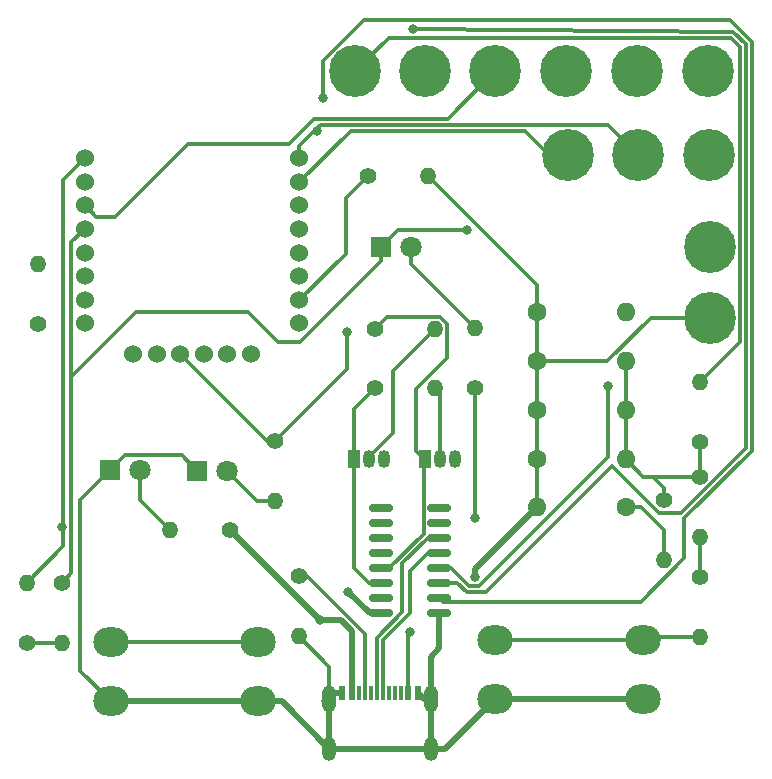
<source format=gbr>
%TF.GenerationSoftware,KiCad,Pcbnew,7.0.9*%
%TF.CreationDate,2024-01-06T16:22:16+01:00*%
%TF.ProjectId,esp32_programmer,65737033-325f-4707-926f-6772616d6d65,rev?*%
%TF.SameCoordinates,Original*%
%TF.FileFunction,Copper,L1,Top*%
%TF.FilePolarity,Positive*%
%FSLAX46Y46*%
G04 Gerber Fmt 4.6, Leading zero omitted, Abs format (unit mm)*
G04 Created by KiCad (PCBNEW 7.0.9) date 2024-01-06 16:22:16*
%MOMM*%
%LPD*%
G01*
G04 APERTURE LIST*
G04 Aperture macros list*
%AMRoundRect*
0 Rectangle with rounded corners*
0 $1 Rounding radius*
0 $2 $3 $4 $5 $6 $7 $8 $9 X,Y pos of 4 corners*
0 Add a 4 corners polygon primitive as box body*
4,1,4,$2,$3,$4,$5,$6,$7,$8,$9,$2,$3,0*
0 Add four circle primitives for the rounded corners*
1,1,$1+$1,$2,$3*
1,1,$1+$1,$4,$5*
1,1,$1+$1,$6,$7*
1,1,$1+$1,$8,$9*
0 Add four rect primitives between the rounded corners*
20,1,$1+$1,$2,$3,$4,$5,0*
20,1,$1+$1,$4,$5,$6,$7,0*
20,1,$1+$1,$6,$7,$8,$9,0*
20,1,$1+$1,$8,$9,$2,$3,0*%
G04 Aperture macros list end*
%TA.AperFunction,ComponentPad*%
%ADD10C,1.400000*%
%TD*%
%TA.AperFunction,ComponentPad*%
%ADD11O,1.400000X1.400000*%
%TD*%
%TA.AperFunction,ComponentPad*%
%ADD12C,1.600000*%
%TD*%
%TA.AperFunction,ComponentPad*%
%ADD13O,1.600000X1.600000*%
%TD*%
%TA.AperFunction,ComponentPad*%
%ADD14C,0.700000*%
%TD*%
%TA.AperFunction,ComponentPad*%
%ADD15C,4.400000*%
%TD*%
%TA.AperFunction,SMDPad,CuDef*%
%ADD16RoundRect,0.150000X0.825000X0.150000X-0.825000X0.150000X-0.825000X-0.150000X0.825000X-0.150000X0*%
%TD*%
%TA.AperFunction,ComponentPad*%
%ADD17O,3.000000X2.500000*%
%TD*%
%TA.AperFunction,ComponentPad*%
%ADD18R,1.800000X1.800000*%
%TD*%
%TA.AperFunction,ComponentPad*%
%ADD19C,1.800000*%
%TD*%
%TA.AperFunction,ComponentPad*%
%ADD20C,1.524000*%
%TD*%
%TA.AperFunction,ComponentPad*%
%ADD21R,1.050000X1.500000*%
%TD*%
%TA.AperFunction,ComponentPad*%
%ADD22O,1.050000X1.500000*%
%TD*%
%TA.AperFunction,SMDPad,CuDef*%
%ADD23R,0.600000X1.160000*%
%TD*%
%TA.AperFunction,SMDPad,CuDef*%
%ADD24R,0.300000X1.160000*%
%TD*%
%TA.AperFunction,ComponentPad*%
%ADD25O,1.200000X2.300000*%
%TD*%
%TA.AperFunction,ComponentPad*%
%ADD26O,1.200000X2.000000*%
%TD*%
%TA.AperFunction,ViaPad*%
%ADD27C,0.800000*%
%TD*%
%TA.AperFunction,Conductor*%
%ADD28C,0.300000*%
%TD*%
%TA.AperFunction,Conductor*%
%ADD29C,0.500000*%
%TD*%
G04 APERTURE END LIST*
D10*
%TO.P,R8,1*%
%TO.N,/PIN0*%
X149000000Y-131000000D03*
D11*
%TO.P,R8,2*%
%TO.N,Net-(R8-Pad2)*%
X149000000Y-136080000D03*
%TD*%
D12*
%TO.P,C3,1*%
%TO.N,GND*%
X135250000Y-116850000D03*
D13*
%TO.P,C3,2*%
%TO.N,VBUS*%
X142750000Y-116850000D03*
%TD*%
D14*
%TO.P,GPIO_0,1,1*%
%TO.N,/PIN0*%
X124080000Y-88138000D03*
X124563274Y-86971274D03*
X124563274Y-89304726D03*
X125730000Y-86488000D03*
D15*
X125730000Y-88138000D03*
D14*
X125730000Y-89788000D03*
X126896726Y-86971274D03*
X126896726Y-89304726D03*
X127380000Y-88138000D03*
%TD*%
D10*
%TO.P,R7,1*%
%TO.N,/PIN15*%
X120920000Y-97000000D03*
D11*
%TO.P,R7,2*%
%TO.N,GND*%
X126000000Y-97000000D03*
%TD*%
D10*
%TO.P,R3,1*%
%TO.N,Net-(Q1-E)*%
X121460000Y-115000000D03*
D11*
%TO.P,R3,2*%
%TO.N,Net-(Q2-B)*%
X126540000Y-115000000D03*
%TD*%
D16*
%TO.P,U1,1,GND*%
%TO.N,GND*%
X126935000Y-134016445D03*
%TO.P,U1,2,TXD*%
%TO.N,/TX*%
X126935000Y-132746445D03*
%TO.P,U1,3,RXD*%
%TO.N,/RX*%
X126935000Y-131476445D03*
%TO.P,U1,4,V3*%
%TO.N,Net-(U1-V3)*%
X126935000Y-130206445D03*
%TO.P,U1,5,UD+*%
%TO.N,Net-(P1-D-)*%
X126935000Y-128936445D03*
%TO.P,U1,6,UD-*%
%TO.N,Net-(P1-D+)*%
X126935000Y-127666445D03*
%TO.P,U1,7,NC*%
%TO.N,unconnected-(U1-NC-Pad7)*%
X126935000Y-126396445D03*
%TO.P,U1,8,NC*%
%TO.N,unconnected-(U1-NC-Pad8)*%
X126935000Y-125126445D03*
%TO.P,U1,9,~{CTS}*%
%TO.N,unconnected-(U1-~{CTS}-Pad9)*%
X121985000Y-125126445D03*
%TO.P,U1,10,~{DSR}*%
%TO.N,unconnected-(U1-~{DSR}-Pad10)*%
X121985000Y-126396445D03*
%TO.P,U1,11,~{RI}*%
%TO.N,unconnected-(U1-~{RI}-Pad11)*%
X121985000Y-127666445D03*
%TO.P,U1,12,~{DCD}*%
%TO.N,unconnected-(U1-~{DCD}-Pad12)*%
X121985000Y-128936445D03*
%TO.P,U1,13,~{DTR}*%
%TO.N,Net-(Q2-E)*%
X121985000Y-130206445D03*
%TO.P,U1,14,~{RTS}*%
%TO.N,Net-(Q1-E)*%
X121985000Y-131476445D03*
%TO.P,U1,15,R232*%
%TO.N,unconnected-(U1-R232-Pad15)*%
X121985000Y-132746445D03*
%TO.P,U1,16,VCC*%
%TO.N,VBUS*%
X121985000Y-134016445D03*
%TD*%
D12*
%TO.P,C5,1*%
%TO.N,/nRST*%
X142750000Y-125000000D03*
D13*
%TO.P,C5,2*%
%TO.N,GND*%
X135250000Y-125000000D03*
%TD*%
D10*
%TO.P,R1,1*%
%TO.N,Net-(P1-CC)*%
X115025581Y-130911470D03*
D11*
%TO.P,R1,2*%
%TO.N,GND*%
X115025581Y-135991470D03*
%TD*%
D14*
%TO.P,GPIO_2,1,1*%
%TO.N,/PIN2*%
X118183274Y-88166726D03*
X118666548Y-87000000D03*
X118666548Y-89333452D03*
X119833274Y-86516726D03*
D15*
X119833274Y-88166726D03*
D14*
X119833274Y-89816726D03*
X121000000Y-87000000D03*
X121000000Y-89333452D03*
X121483274Y-88166726D03*
%TD*%
D17*
%TO.P,SW2,1,1*%
%TO.N,Net-(R8-Pad2)*%
X131652143Y-136270872D03*
X144152143Y-136270872D03*
%TO.P,SW2,2,2*%
%TO.N,GND*%
X131652143Y-141270872D03*
X144152143Y-141270872D03*
%TD*%
D10*
%TO.P,R6,1*%
%TO.N,Net-(R5-Pad2)*%
X92000000Y-136540000D03*
D11*
%TO.P,R6,2*%
%TO.N,/nRST*%
X92000000Y-131460000D03*
%TD*%
D18*
%TO.P,D2,1,K*%
%TO.N,GND*%
X106460000Y-122000000D03*
D19*
%TO.P,D2,2,A*%
%TO.N,Net-(D2-A)*%
X109000000Y-122000000D03*
%TD*%
D18*
%TO.P,D3,1,K*%
%TO.N,GND*%
X99060000Y-121920000D03*
D19*
%TO.P,D3,2,A*%
%TO.N,Net-(D3-A)*%
X101600000Y-121920000D03*
%TD*%
D10*
%TO.P,R10,1*%
%TO.N,VBUS*%
X149000000Y-122460000D03*
D11*
%TO.P,R10,2*%
%TO.N,/PIN0*%
X149000000Y-127540000D03*
%TD*%
D18*
%TO.P,D1,1,K*%
%TO.N,/PIN16*%
X122000000Y-103000000D03*
D19*
%TO.P,D1,2,A*%
%TO.N,Net-(D1-A)*%
X124540000Y-103000000D03*
%TD*%
D14*
%TO.P,GPIO16,1,1*%
%TO.N,/PIN16*%
X148000000Y-88166726D03*
X148483274Y-87000000D03*
X148483274Y-89333452D03*
X149650000Y-86516726D03*
D15*
X149650000Y-88166726D03*
D14*
X149650000Y-89816726D03*
X150816726Y-87000000D03*
X150816726Y-89333452D03*
X151300000Y-88166726D03*
%TD*%
D17*
%TO.P,SW1,1,1*%
%TO.N,GND*%
X111622018Y-141489551D03*
X99122018Y-141489551D03*
%TO.P,SW1,2,2*%
%TO.N,Net-(R5-Pad2)*%
X111622018Y-136489551D03*
X99122018Y-136489551D03*
%TD*%
D20*
%TO.P,U2,1,~{RST}*%
%TO.N,/nRST*%
X96900000Y-95500000D03*
%TO.P,U2,2,ADC*%
%TO.N,VBUS*%
X96900000Y-97500000D03*
%TO.P,U2,3,EN*%
%TO.N,/EN*%
X96900000Y-99500000D03*
%TO.P,U2,4,GPIO16*%
%TO.N,/PIN16*%
X96900000Y-101500000D03*
%TO.P,U2,5,GPIO14*%
%TO.N,unconnected-(U2-GPIO14-Pad5)*%
X96900000Y-103500000D03*
%TO.P,U2,6,GPIO12*%
%TO.N,unconnected-(U2-GPIO12-Pad6)*%
X96900000Y-105500000D03*
%TO.P,U2,7,GPIO13*%
%TO.N,unconnected-(U2-GPIO13-Pad7)*%
X96900000Y-107500000D03*
%TO.P,U2,8,VCC*%
%TO.N,VBUS*%
X96900000Y-109500000D03*
%TO.P,U2,9,CS0*%
%TO.N,unconnected-(U2-CS0-Pad9)*%
X101000000Y-112100000D03*
%TO.P,U2,10,MISO*%
%TO.N,unconnected-(U2-MISO-Pad10)*%
X103000000Y-112100000D03*
%TO.P,U2,11,GPIO9*%
%TO.N,/BOOT_LED*%
X105000000Y-112100000D03*
%TO.P,U2,12,GPIO10*%
%TO.N,unconnected-(U2-GPIO10-Pad12)*%
X107000000Y-112100000D03*
%TO.P,U2,13,MOSI*%
%TO.N,unconnected-(U2-MOSI-Pad13)*%
X109000000Y-112100000D03*
%TO.P,U2,14,SCLK*%
%TO.N,unconnected-(U2-SCLK-Pad14)*%
X111000000Y-112100000D03*
%TO.P,U2,15,GND*%
%TO.N,GND*%
X115100000Y-109500000D03*
%TO.P,U2,16,GPIO15*%
%TO.N,/PIN15*%
X115100000Y-107500000D03*
%TO.P,U2,17,GPIO2*%
%TO.N,/PIN2*%
X115100000Y-105500000D03*
%TO.P,U2,18,GPIO0*%
%TO.N,/PIN0*%
X115100000Y-103500000D03*
%TO.P,U2,19,GPIO4*%
%TO.N,unconnected-(U2-GPIO4-Pad19)*%
X115100000Y-101500000D03*
%TO.P,U2,20,GPIO5*%
%TO.N,unconnected-(U2-GPIO5-Pad20)*%
X115100000Y-99500000D03*
%TO.P,U2,21,GPIO3/RXD*%
%TO.N,/RX*%
X115100000Y-97500000D03*
%TO.P,U2,22,GPIO1/TXD*%
%TO.N,/TX*%
X115100000Y-95500000D03*
%TD*%
D14*
%TO.P,GPIO_15,1,1*%
%TO.N,/PIN15*%
X142000000Y-88166726D03*
X142483274Y-87000000D03*
X142483274Y-89333452D03*
X143650000Y-86516726D03*
D15*
X143650000Y-88166726D03*
D14*
X143650000Y-89816726D03*
X144816726Y-87000000D03*
X144816726Y-89333452D03*
X145300000Y-88166726D03*
%TD*%
%TO.P,GND,1,1*%
%TO.N,GND*%
X148183274Y-109000000D03*
X148666548Y-107833274D03*
X148666548Y-110166726D03*
X149833274Y-107350000D03*
D15*
X149833274Y-109000000D03*
D14*
X149833274Y-110650000D03*
X151000000Y-107833274D03*
X151000000Y-110166726D03*
X151483274Y-109000000D03*
%TD*%
%TO.P,+5V,1,1*%
%TO.N,VBUS*%
X148183274Y-103000000D03*
X148666548Y-101833274D03*
X148666548Y-104166726D03*
X149833274Y-101350000D03*
D15*
X149833274Y-103000000D03*
D14*
X149833274Y-104650000D03*
X151000000Y-101833274D03*
X151000000Y-104166726D03*
X151483274Y-103000000D03*
%TD*%
D10*
%TO.P,R5,1*%
%TO.N,/PIN16*%
X95000000Y-131460000D03*
D11*
%TO.P,R5,2*%
%TO.N,Net-(R5-Pad2)*%
X95000000Y-136540000D03*
%TD*%
D14*
%TO.P,TX,1,1*%
%TO.N,/TX*%
X143783274Y-96866726D03*
X142616548Y-96383452D03*
X144950000Y-96383452D03*
X142133274Y-95216726D03*
D15*
X143783274Y-95216726D03*
D14*
X145433274Y-95216726D03*
X142616548Y-94050000D03*
X144950000Y-94050000D03*
X143783274Y-93566726D03*
%TD*%
D10*
%TO.P,R11,1*%
%TO.N,VBUS*%
X149000000Y-119540000D03*
D11*
%TO.P,R11,2*%
%TO.N,/PIN2*%
X149000000Y-114460000D03*
%TD*%
D12*
%TO.P,C2,1*%
%TO.N,GND*%
X135250000Y-112700000D03*
D13*
%TO.P,C2,2*%
%TO.N,VBUS*%
X142750000Y-112700000D03*
%TD*%
D12*
%TO.P,C1,1*%
%TO.N,GND*%
X135250000Y-108550000D03*
D13*
%TO.P,C1,2*%
%TO.N,Net-(U1-V3)*%
X142750000Y-108550000D03*
%TD*%
D12*
%TO.P,C4,1*%
%TO.N,GND*%
X135250000Y-121000000D03*
D13*
%TO.P,C4,2*%
%TO.N,VBUS*%
X142750000Y-121000000D03*
%TD*%
D10*
%TO.P,R13,1*%
%TO.N,VBUS*%
X146000000Y-124460000D03*
D11*
%TO.P,R13,2*%
%TO.N,/nRST*%
X146000000Y-129540000D03*
%TD*%
D14*
%TO.P,GPIO_9,1,1*%
%TO.N,/BOOT_LED*%
X136000000Y-88166726D03*
X136483274Y-87000000D03*
X136483274Y-89333452D03*
X137650000Y-86516726D03*
D15*
X137650000Y-88166726D03*
D14*
X137650000Y-89816726D03*
X138816726Y-87000000D03*
X138816726Y-89333452D03*
X139300000Y-88166726D03*
%TD*%
%TO.P,RX,1,1*%
%TO.N,/RX*%
X137833274Y-96866726D03*
X136666548Y-96383452D03*
X139000000Y-96383452D03*
X136183274Y-95216726D03*
D15*
X137833274Y-95216726D03*
D14*
X139483274Y-95216726D03*
X136666548Y-94050000D03*
X139000000Y-94050000D03*
X137833274Y-93566726D03*
%TD*%
D21*
%TO.P,Q2,1,E*%
%TO.N,Net-(Q2-E)*%
X125730000Y-121000000D03*
D22*
%TO.P,Q2,2,B*%
%TO.N,Net-(Q2-B)*%
X127000000Y-121000000D03*
%TO.P,Q2,3,C*%
%TO.N,/PIN0*%
X128270000Y-121000000D03*
%TD*%
D21*
%TO.P,Q1,1,E*%
%TO.N,Net-(Q1-E)*%
X119730000Y-121000000D03*
D22*
%TO.P,Q1,2,B*%
%TO.N,Net-(Q1-B)*%
X121000000Y-121000000D03*
%TO.P,Q1,3,C*%
%TO.N,/nRST*%
X122270000Y-121000000D03*
%TD*%
D10*
%TO.P,R14,1*%
%TO.N,VBUS*%
X109220000Y-127000000D03*
D11*
%TO.P,R14,2*%
%TO.N,Net-(D3-A)*%
X104140000Y-127000000D03*
%TD*%
D10*
%TO.P,R2,1*%
%TO.N,Net-(Q2-E)*%
X121460000Y-110000000D03*
D11*
%TO.P,R2,2*%
%TO.N,Net-(Q1-B)*%
X126540000Y-110000000D03*
%TD*%
D10*
%TO.P,R9,1*%
%TO.N,/BOOT_LED*%
X113000000Y-119460000D03*
D11*
%TO.P,R9,2*%
%TO.N,Net-(D2-A)*%
X113000000Y-124540000D03*
%TD*%
D10*
%TO.P,R12,1*%
%TO.N,VBUS*%
X93000000Y-109540000D03*
D11*
%TO.P,R12,2*%
%TO.N,/EN*%
X93000000Y-104460000D03*
%TD*%
D14*
%TO.P,~RST,1,1*%
%TO.N,/nRST*%
X149733274Y-96866726D03*
X148566548Y-96383452D03*
X150900000Y-96383452D03*
X148083274Y-95216726D03*
D15*
X149733274Y-95216726D03*
D14*
X151383274Y-95216726D03*
X148566548Y-94050000D03*
X150900000Y-94050000D03*
X149733274Y-93566726D03*
%TD*%
D10*
%TO.P,R4,1*%
%TO.N,VBUS*%
X130000000Y-115000000D03*
D11*
%TO.P,R4,2*%
%TO.N,Net-(D1-A)*%
X130000000Y-109920000D03*
%TD*%
D14*
%TO.P,GPIO_3,1,1*%
%TO.N,/EN*%
X130000000Y-88166726D03*
X130483274Y-87000000D03*
X130483274Y-89333452D03*
X131650000Y-86516726D03*
D15*
X131650000Y-88166726D03*
D14*
X131650000Y-89816726D03*
X132816726Y-87000000D03*
X132816726Y-89333452D03*
X133300000Y-88166726D03*
%TD*%
D23*
%TO.P,P1,A1,GND*%
%TO.N,GND*%
X118720000Y-140780000D03*
%TO.P,P1,A4,VBUS*%
%TO.N,VBUS*%
X119520000Y-140780000D03*
D24*
%TO.P,P1,A5,CC*%
%TO.N,Net-(P1-CC)*%
X120670000Y-140780000D03*
%TO.P,P1,A6,D+*%
%TO.N,Net-(P1-D+)*%
X121670000Y-140780000D03*
%TO.P,P1,A7,D-*%
%TO.N,Net-(P1-D-)*%
X122170000Y-140780000D03*
%TO.P,P1,A8*%
%TO.N,N/C*%
X123170000Y-140780000D03*
D23*
%TO.P,P1,A9,VBUS*%
%TO.N,VBUS*%
X124320000Y-140780000D03*
%TO.P,P1,A12,GND*%
%TO.N,GND*%
X125120000Y-140780000D03*
%TO.P,P1,B1,GND*%
X125120000Y-140780000D03*
%TO.P,P1,B4,VBUS*%
%TO.N,VBUS*%
X124320000Y-140780000D03*
D24*
%TO.P,P1,B5,VCONN*%
%TO.N,unconnected-(P1-VCONN-PadB5)*%
X123670000Y-140780000D03*
%TO.P,P1,B6*%
%TO.N,N/C*%
X122670000Y-140780000D03*
%TO.P,P1,B7*%
X121170000Y-140780000D03*
%TO.P,P1,B8*%
X120170000Y-140780000D03*
D23*
%TO.P,P1,B9,VBUS*%
%TO.N,VBUS*%
X119520000Y-140780000D03*
%TO.P,P1,B12,GND*%
%TO.N,GND*%
X118720000Y-140780000D03*
D25*
%TO.P,P1,S1,SHIELD*%
X117595000Y-141300000D03*
D26*
X117595000Y-145500000D03*
D25*
X126245000Y-141300000D03*
D26*
X126245000Y-145500000D03*
%TD*%
D27*
%TO.N,GND*%
X130000000Y-131000000D03*
%TO.N,Net-(U1-V3)*%
X141224000Y-114808000D03*
%TO.N,VBUS*%
X116840000Y-134620000D03*
X124460000Y-135636000D03*
X130000000Y-126000000D03*
X119230658Y-132218518D03*
%TO.N,/nRST*%
X94996000Y-126746000D03*
%TO.N,/PIN16*%
X129286000Y-101600000D03*
%TO.N,/RX*%
X124714000Y-84582000D03*
%TO.N,/TX*%
X117094000Y-90424000D03*
X116586000Y-93218000D03*
%TO.N,/BOOT_LED*%
X119126000Y-110236000D03*
%TD*%
D28*
%TO.N,GND*%
X96520000Y-124460000D02*
X96520000Y-138887533D01*
D29*
X126245000Y-141300000D02*
X125640000Y-141300000D01*
D28*
X99060000Y-121920000D02*
X96520000Y-124460000D01*
D29*
X131652143Y-141270872D02*
X144152143Y-141270872D01*
X113584551Y-141489551D02*
X117595000Y-145500000D01*
D28*
X135250000Y-121000000D02*
X135250000Y-116850000D01*
X115025581Y-135991470D02*
X117595000Y-138560889D01*
D29*
X130000000Y-131000000D02*
X130000000Y-130250000D01*
D28*
X98974655Y-121834655D02*
X99060000Y-121920000D01*
D29*
X131652143Y-141270872D02*
X127423015Y-145500000D01*
X130000000Y-130250000D02*
X135250000Y-125000000D01*
D28*
X100310000Y-120670000D02*
X99060000Y-121920000D01*
X144823654Y-109000000D02*
X141123654Y-112700000D01*
D29*
X118720000Y-140780000D02*
X118115000Y-140780000D01*
D28*
X141123654Y-112700000D02*
X135250000Y-112700000D01*
D29*
X126935000Y-134016445D02*
X126935000Y-137020000D01*
D28*
X105130000Y-120670000D02*
X100310000Y-120670000D01*
D29*
X117174551Y-141489551D02*
X117595000Y-141910000D01*
D28*
X117595000Y-138560889D02*
X117595000Y-141300000D01*
D29*
X99122018Y-141489551D02*
X111622018Y-141489551D01*
X117595000Y-145500000D02*
X126245000Y-145500000D01*
X118115000Y-140780000D02*
X117595000Y-141300000D01*
D28*
X106460000Y-122000000D02*
X105130000Y-120670000D01*
D29*
X127423015Y-145500000D02*
X126245000Y-145500000D01*
X111622018Y-141489551D02*
X113584551Y-141489551D01*
D28*
X135250000Y-125000000D02*
X135250000Y-121000000D01*
D29*
X126935000Y-137020000D02*
X126245000Y-137710000D01*
D28*
X135250000Y-116850000D02*
X135250000Y-112700000D01*
X135250000Y-106250000D02*
X126000000Y-97000000D01*
X144823654Y-109000000D02*
X149833274Y-109000000D01*
D29*
X117595000Y-145500000D02*
X117595000Y-141300000D01*
X126245000Y-141300000D02*
X126245000Y-145500000D01*
D28*
X135250000Y-112700000D02*
X135250000Y-108550000D01*
D29*
X126245000Y-137710000D02*
X126245000Y-141300000D01*
X125640000Y-141300000D02*
X125120000Y-140780000D01*
D28*
X135250000Y-108550000D02*
X135250000Y-106250000D01*
X96520000Y-138887533D02*
X99122018Y-141489551D01*
%TO.N,Net-(U1-V3)*%
X141224000Y-114808000D02*
X141224000Y-114554000D01*
X130310661Y-131750000D02*
X141224000Y-120836661D01*
X129453554Y-131750000D02*
X130310661Y-131750000D01*
X141224000Y-120836661D02*
X141224000Y-114808000D01*
X127909999Y-130206445D02*
X129453554Y-131750000D01*
X126935000Y-130206445D02*
X127909999Y-130206445D01*
%TO.N,VBUS*%
X146000000Y-123460000D02*
X145000000Y-122460000D01*
X124320000Y-135776000D02*
X124320000Y-140780000D01*
X144210000Y-122460000D02*
X142750000Y-121000000D01*
D29*
X119520000Y-137000000D02*
X119520000Y-140780000D01*
D28*
X119445000Y-137115000D02*
X119520000Y-137190000D01*
X146000000Y-124460000D02*
X146000000Y-123460000D01*
X124460000Y-135636000D02*
X124320000Y-135776000D01*
X142750000Y-112700000D02*
X142750000Y-116850000D01*
D29*
X119520000Y-135506446D02*
X119520000Y-137000000D01*
D28*
X145000000Y-122460000D02*
X144210000Y-122460000D01*
D29*
X121985000Y-134016445D02*
X121028585Y-134016445D01*
X119520000Y-137000000D02*
X119520000Y-137190000D01*
X119520000Y-135506446D02*
X118633554Y-134620000D01*
X116840000Y-134620000D02*
X109220000Y-127000000D01*
D28*
X149000000Y-122460000D02*
X145000000Y-122460000D01*
X130000000Y-115000000D02*
X130000000Y-126000000D01*
D29*
X121028585Y-134016445D02*
X119230658Y-132218518D01*
D28*
X142750000Y-116850000D02*
X142750000Y-121000000D01*
D29*
X118633554Y-134620000D02*
X116840000Y-134620000D01*
D28*
X149000000Y-119540000D02*
X149000000Y-122460000D01*
%TO.N,/nRST*%
X142750000Y-125000000D02*
X144000000Y-125000000D01*
X92000000Y-131460000D02*
X95086303Y-128373697D01*
X95086303Y-126655697D02*
X95086303Y-97313697D01*
X146000000Y-127000000D02*
X146000000Y-129540000D01*
X95086303Y-128373697D02*
X95086303Y-126836303D01*
X95086303Y-97313697D02*
X96900000Y-95500000D01*
X144000000Y-125000000D02*
X146000000Y-127000000D01*
X94996000Y-126746000D02*
X95086303Y-126655697D01*
X95086303Y-126836303D02*
X94996000Y-126746000D01*
%TO.N,/PIN16*%
X129286000Y-101600000D02*
X123400000Y-101600000D01*
X96900000Y-101500000D02*
X95788000Y-102612000D01*
X122000000Y-104200000D02*
X115134315Y-111065685D01*
X110750000Y-108500000D02*
X101288000Y-108500000D01*
X101288000Y-108500000D02*
X95788000Y-114000000D01*
X95788000Y-130672000D02*
X95000000Y-131460000D01*
X123400000Y-101600000D02*
X122000000Y-103000000D01*
X113315685Y-111065685D02*
X110750000Y-108500000D01*
X95788000Y-114000000D02*
X95788000Y-130672000D01*
X95788000Y-102612000D02*
X95788000Y-114000000D01*
X122000000Y-103000000D02*
X122000000Y-104200000D01*
X115134315Y-111065685D02*
X113315685Y-111065685D01*
%TO.N,Net-(D1-A)*%
X124540000Y-104460000D02*
X124540000Y-103000000D01*
X130000000Y-109920000D02*
X124540000Y-104460000D01*
%TO.N,Net-(D2-A)*%
X111540000Y-124540000D02*
X109000000Y-122000000D01*
X113000000Y-124540000D02*
X111540000Y-124540000D01*
%TO.N,Net-(D3-A)*%
X101600000Y-124460000D02*
X101600000Y-121920000D01*
X104140000Y-127000000D02*
X101600000Y-124460000D01*
%TO.N,/RX*%
X152883274Y-120061651D02*
X152883274Y-85882168D01*
X126935000Y-131476445D02*
X128472893Y-131476445D01*
X130894925Y-132250000D02*
X141600000Y-121544925D01*
X124714000Y-84582000D02*
X124714000Y-84836000D01*
X134166726Y-93166726D02*
X136216726Y-95216726D01*
X136216726Y-95216726D02*
X137833274Y-95216726D01*
X141600000Y-121544925D02*
X145565075Y-125510000D01*
X119433274Y-93166726D02*
X134166726Y-93166726D01*
X147434925Y-125510000D02*
X152883274Y-120061651D01*
X151837106Y-84836000D02*
X124714000Y-84582000D01*
X152883274Y-85882168D02*
X151837106Y-84836000D01*
X115100000Y-97500000D02*
X119433274Y-93166726D01*
X145565075Y-125510000D02*
X147434925Y-125510000D01*
X129246448Y-132250000D02*
X130894925Y-132250000D01*
X128472893Y-131476445D02*
X129246448Y-132250000D01*
%TO.N,/TX*%
X143783274Y-95216726D02*
X141233274Y-92666726D01*
X126935000Y-132746445D02*
X127234999Y-133046444D01*
X127234999Y-133046444D02*
X143978481Y-133046444D01*
X116332000Y-93218000D02*
X115100000Y-94450000D01*
X153383274Y-85675062D02*
X151540212Y-83832000D01*
X151540212Y-83832000D02*
X120561755Y-83832000D01*
X147642031Y-126010000D02*
X153383274Y-120268757D01*
X117094000Y-87299755D02*
X117094000Y-90424000D01*
X115100000Y-94450000D02*
X115100000Y-95500000D01*
X143978481Y-133046444D02*
X147642031Y-129382894D01*
X120561755Y-83832000D02*
X117094000Y-87299755D01*
X116586000Y-92964000D02*
X116586000Y-93218000D01*
X141233274Y-92666726D02*
X116883274Y-92666726D01*
X147642031Y-129382894D02*
X147642031Y-126010000D01*
X153383274Y-120268757D02*
X153383274Y-85675062D01*
X116586000Y-93218000D02*
X116332000Y-93218000D01*
X116883274Y-92666726D02*
X116586000Y-92964000D01*
%TO.N,/PIN0*%
X149000000Y-127540000D02*
X149000000Y-131000000D01*
%TO.N,/EN*%
X131650000Y-88166726D02*
X127650000Y-92166726D01*
X116365406Y-92166726D02*
X114182132Y-94350000D01*
X127650000Y-92166726D02*
X116365406Y-92166726D01*
X97900000Y-100500000D02*
X96900000Y-99500000D01*
X114182132Y-94350000D02*
X105649999Y-94350000D01*
X99499999Y-100500000D02*
X97900000Y-100500000D01*
X105649999Y-94350000D02*
X99499999Y-100500000D01*
%TO.N,/BOOT_LED*%
X119126000Y-110236000D02*
X119126000Y-113334000D01*
X112360000Y-119460000D02*
X113000000Y-119460000D01*
X119126000Y-113334000D02*
X113000000Y-119460000D01*
X105000000Y-112100000D02*
X112360000Y-119460000D01*
%TO.N,/PIN15*%
X119000000Y-98920000D02*
X120920000Y-97000000D01*
X115100000Y-107500000D02*
X119000000Y-103600000D01*
X119000000Y-103600000D02*
X119000000Y-98920000D01*
%TO.N,/PIN2*%
X149000000Y-114460000D02*
X152383274Y-111076726D01*
X152383274Y-111076726D02*
X152383274Y-86089274D01*
X151638000Y-85344000D02*
X122656000Y-85344000D01*
X122656000Y-85344000D02*
X119833274Y-88166726D01*
X152383274Y-86089274D02*
X151638000Y-85344000D01*
%TO.N,Net-(P1-CC)*%
X115773552Y-130911470D02*
X120670000Y-135807918D01*
X120670000Y-135807918D02*
X120670000Y-140780000D01*
X115025581Y-130911470D02*
X115773552Y-130911470D01*
%TO.N,Net-(P1-D+)*%
X125960001Y-127666445D02*
X123806447Y-129819999D01*
X123806447Y-133966447D02*
X121670000Y-136102894D01*
X123806447Y-129819999D02*
X123806447Y-133966447D01*
X121670000Y-136102894D02*
X121670000Y-140780000D01*
X126935000Y-127666445D02*
X125960001Y-127666445D01*
%TO.N,Net-(P1-D-)*%
X124460000Y-134020000D02*
X122170000Y-136310000D01*
X125960001Y-128936445D02*
X124460000Y-130436446D01*
X122170000Y-136310000D02*
X122170000Y-140780000D01*
X126935000Y-128936445D02*
X125960001Y-128936445D01*
X124460000Y-130436446D02*
X124460000Y-134020000D01*
%TO.N,Net-(Q1-E)*%
X121460000Y-115000000D02*
X119730000Y-116730000D01*
X119730000Y-130196444D02*
X121010001Y-131476445D01*
X119730000Y-121000000D02*
X119730000Y-130196444D01*
X121010001Y-131476445D02*
X121985000Y-131476445D01*
X119730000Y-116730000D02*
X119730000Y-121000000D01*
%TO.N,Net-(Q1-B)*%
X123000000Y-113540000D02*
X126540000Y-110000000D01*
X121000000Y-120775000D02*
X123000000Y-118775000D01*
X123000000Y-118775000D02*
X123000000Y-113540000D01*
X121000000Y-121000000D02*
X121000000Y-120775000D01*
%TO.N,Net-(Q2-E)*%
X127590000Y-112465075D02*
X125000000Y-115055075D01*
X127590000Y-109565075D02*
X127590000Y-112465075D01*
X125610000Y-121120000D02*
X125610000Y-127309339D01*
X125610000Y-127309339D02*
X122712894Y-130206445D01*
X121460000Y-110000000D02*
X122510000Y-108950000D01*
X125000000Y-115055075D02*
X125000000Y-120270000D01*
X125000000Y-120270000D02*
X125730000Y-121000000D01*
X122712894Y-130206445D02*
X121985000Y-130206445D01*
X125730000Y-121000000D02*
X125610000Y-121120000D01*
X122510000Y-108950000D02*
X126974925Y-108950000D01*
X126974925Y-108950000D02*
X127590000Y-109565075D01*
%TO.N,Net-(Q2-B)*%
X127000000Y-121000000D02*
X127000000Y-115460000D01*
X127000000Y-115460000D02*
X126540000Y-115000000D01*
%TO.N,Net-(R5-Pad2)*%
X92000000Y-136540000D02*
X95000000Y-136540000D01*
X99122018Y-136489551D02*
X111622018Y-136489551D01*
%TO.N,Net-(R8-Pad2)*%
X131652143Y-136270872D02*
X144152143Y-136270872D01*
X144343015Y-136080000D02*
X144152143Y-136270872D01*
X149000000Y-136080000D02*
X144343015Y-136080000D01*
%TD*%
M02*

</source>
